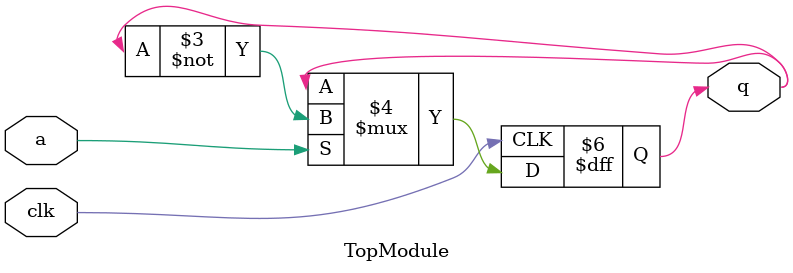
<source format=sv>

module TopModule (
  input clk,
  input a,
  output reg q
);

always @(posedge clk) begin
  if (a == 1'b1) begin
    q <= ~q; // Toggle q when a is high
  end
end

endmodule

// VERILOG-EVAL: errant inclusion of module definition

</source>
